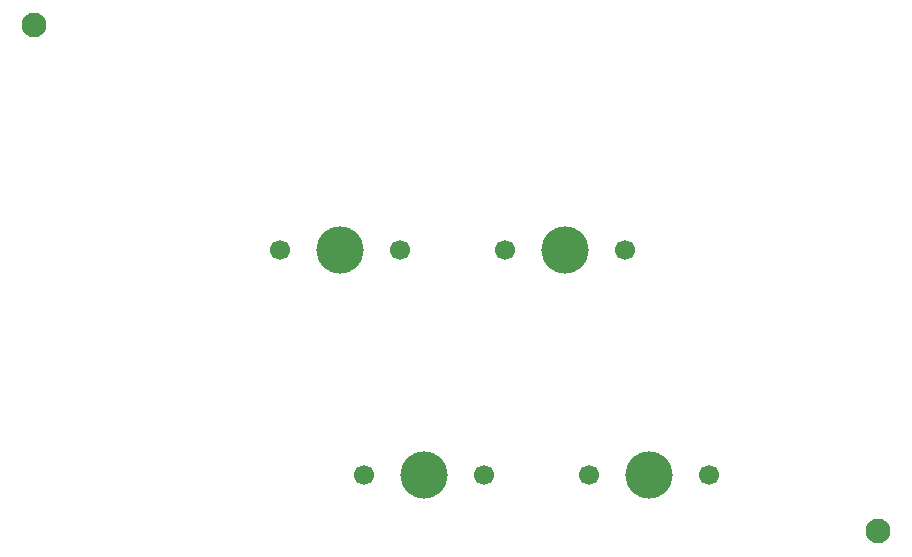
<source format=gbr>
%TF.GenerationSoftware,KiCad,Pcbnew,9.0.6-9.0.6~ubuntu22.04.1*%
%TF.CreationDate,2025-12-08T21:00:47+04:00*%
%TF.ProjectId,HackPad,4861636b-5061-4642-9e6b-696361645f70,rev?*%
%TF.SameCoordinates,Original*%
%TF.FileFunction,NonPlated,1,2,NPTH,Drill*%
%TF.FilePolarity,Positive*%
%FSLAX46Y46*%
G04 Gerber Fmt 4.6, Leading zero omitted, Abs format (unit mm)*
G04 Created by KiCad (PCBNEW 9.0.6-9.0.6~ubuntu22.04.1) date 2025-12-08 21:00:47*
%MOMM*%
%LPD*%
G01*
G04 APERTURE LIST*
%TA.AperFunction,ComponentDrill*%
%ADD10C,1.700000*%
%TD*%
%TA.AperFunction,ComponentDrill*%
%ADD11C,2.100000*%
%TD*%
%TA.AperFunction,ComponentDrill*%
%ADD12C,4.000000*%
%TD*%
G04 APERTURE END LIST*
D10*
%TO.C,SW1*%
X63658750Y-57150000D03*
%TO.C,SW3*%
X70802500Y-76200000D03*
%TO.C,SW1*%
X73818750Y-57150000D03*
%TO.C,SW3*%
X80962500Y-76200000D03*
%TO.C,SW2*%
X82708750Y-57150000D03*
%TO.C,SW4*%
X89852500Y-76200000D03*
%TO.C,SW2*%
X92868750Y-57150000D03*
%TO.C,SW4*%
X100012500Y-76200000D03*
D11*
%TO.C,REF\u002A\u002A*%
X42862500Y-38100000D03*
X114300000Y-80962500D03*
D12*
%TO.C,SW1*%
X68738750Y-57150000D03*
%TO.C,SW3*%
X75882500Y-76200000D03*
%TO.C,SW2*%
X87788750Y-57150000D03*
%TO.C,SW4*%
X94932500Y-76200000D03*
M02*

</source>
